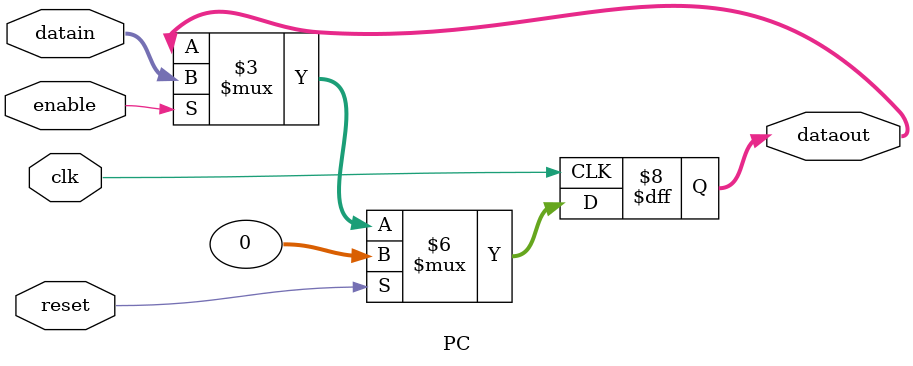
<source format=v>
`timescale 1ns/100ps
module PC (
  input  wire [31:0] datain,  // novos bits de endereço
  input  wire        enable,  // quando 1, aceita datain; senão, mantém PC
  input  wire        reset,   // reseta PC a zero
  input  wire        clk,
  output reg  [31:0] dataout  // valor atual de PC
);

  // valor inicial só para simulação
  initial dataout = 32'd0;

  // flip-flop de 32 bits com reset síncrono
  always @(posedge clk) begin
    if (reset)
      dataout <= 32'd0;
    else if (enable)
      dataout <= datain;
  end

endmodule
</source>
